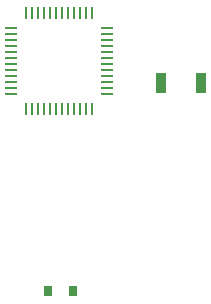
<source format=gtp>
G04 #@! TF.GenerationSoftware,KiCad,Pcbnew,5.1.6-c6e7f7d~87~ubuntu18.04.1*
G04 #@! TF.CreationDate,2020-07-22T22:23:17+05:30*
G04 #@! TF.ProjectId,Sensor_pcb_v1,53656e73-6f72-45f7-9063-625f76312e6b,rev?*
G04 #@! TF.SameCoordinates,Original*
G04 #@! TF.FileFunction,Paste,Top*
G04 #@! TF.FilePolarity,Positive*
%FSLAX46Y46*%
G04 Gerber Fmt 4.6, Leading zero omitted, Abs format (unit mm)*
G04 Created by KiCad (PCBNEW 5.1.6-c6e7f7d~87~ubuntu18.04.1) date 2020-07-22 22:23:17*
%MOMM*%
%LPD*%
G01*
G04 APERTURE LIST*
%ADD10R,0.230000X1.000000*%
%ADD11R,1.000000X0.230000*%
%ADD12R,0.900000X1.700000*%
%ADD13R,0.800000X0.900000*%
G04 APERTURE END LIST*
D10*
X49704000Y-31024000D03*
D11*
X43354000Y-32294000D03*
X43354000Y-32802000D03*
X43354000Y-33310000D03*
X43354000Y-33818000D03*
X43354000Y-34326000D03*
X43354000Y-34834000D03*
X43354000Y-35342000D03*
X43354000Y-35850000D03*
X43354000Y-36358000D03*
X43354000Y-36866000D03*
X43354000Y-37374000D03*
X43354000Y-37882000D03*
D10*
X44624000Y-39152000D03*
X45132000Y-39152000D03*
X46148000Y-39152000D03*
X46656000Y-39152000D03*
X47164000Y-39152000D03*
X47672000Y-39152000D03*
X48180000Y-39152000D03*
X48688000Y-39152000D03*
X49196000Y-39152000D03*
X49704000Y-39152000D03*
X50212000Y-39152000D03*
D11*
X51482000Y-37374000D03*
X51482000Y-36866000D03*
X51482000Y-36358000D03*
X51482000Y-35850000D03*
X51482000Y-35342000D03*
X51482000Y-34834000D03*
X51482000Y-34326000D03*
X51482000Y-33818000D03*
X51482000Y-33310000D03*
X51482000Y-32802000D03*
X51482000Y-32294000D03*
D10*
X50212000Y-31024000D03*
X49196000Y-31024000D03*
X48688000Y-31024000D03*
X48180000Y-31024000D03*
X47672000Y-31024000D03*
X47164000Y-31024000D03*
X46656000Y-31024000D03*
X46148000Y-31024000D03*
X45640000Y-31024000D03*
X45132000Y-31024000D03*
X44624000Y-31024000D03*
D11*
X51482000Y-37882000D03*
D10*
X45640000Y-39152000D03*
D12*
X59430000Y-36950000D03*
X56030000Y-36950000D03*
D13*
X46490000Y-54630000D03*
X48590000Y-54630000D03*
M02*

</source>
